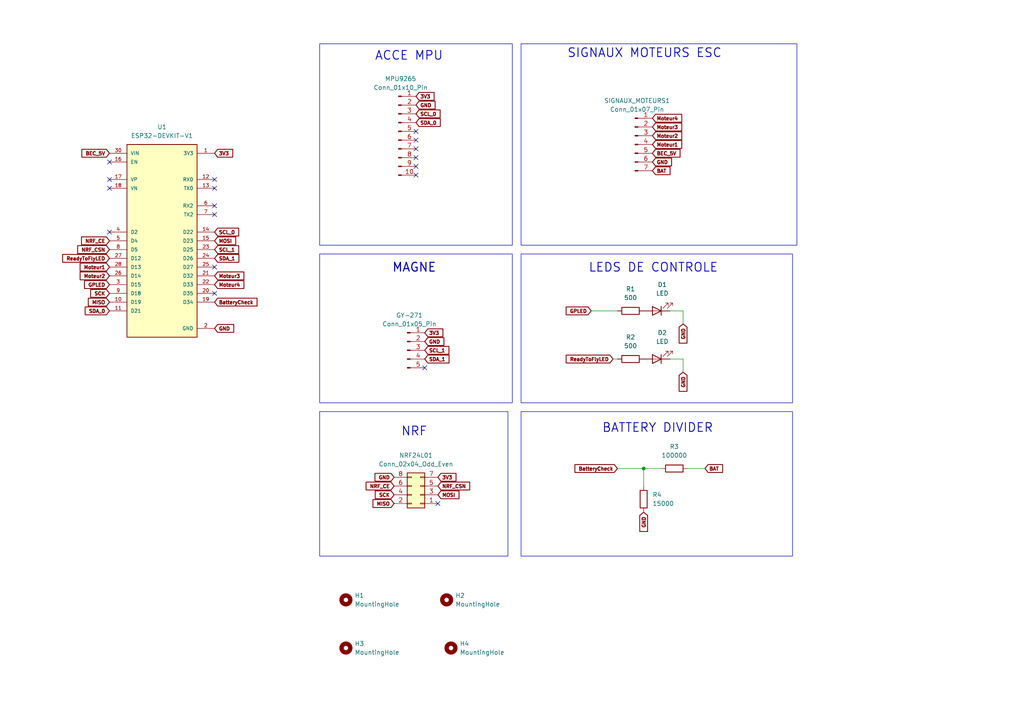
<source format=kicad_sch>
(kicad_sch (version 20250114) (generator "eeschema") (generator_version "9.0")
  (paper "A4")
  (lib_symbols
    (symbol "Connector:Conn_01x05_Pin" (pin_names (offset 1.016) (hide yes))
      (property "Reference" "J" (at 0 7.62 0))
      (property "Value" "Conn_01x05_Pin" (at 0 -7.62 0))
      (symbol "Conn_01x05_Pin_1_1"
        (rectangle (start 0.8636 5.207) (end 0 4.953) (stroke (width 0.1524)) (fill (type outline)))
        (rectangle (start 0.8636 2.667) (end 0 2.413) (stroke (width 0.1524)) (fill (type outline)))
        (rectangle (start 0.8636 0.127) (end 0 -0.127) (stroke (width 0.1524)) (fill (type outline)))
        (rectangle (start 0.8636 -2.413) (end 0 -2.667) (stroke (width 0.1524)) (fill (type outline)))
        (rectangle (start 0.8636 -4.953) (end 0 -5.207) (stroke (width 0.1524)) (fill (type outline)))
        (polyline (pts (xy 1.27 5.08) (xy 0.8636 5.08)) (stroke (width 0.1524)))
        (polyline (pts (xy 1.27 2.54) (xy 0.8636 2.54)) (stroke (width 0.1524)))
        (polyline (pts (xy 1.27 0) (xy 0.8636 0)) (stroke (width 0.1524)))
        (polyline (pts (xy 1.27 -2.54) (xy 0.8636 -2.54)) (stroke (width 0.1524)))
        (polyline (pts (xy 1.27 -5.08) (xy 0.8636 -5.08)) (stroke (width 0.1524)))
        (pin passive line (at 5.08 5.08 180) (length 3.81) (name "Pin_1") (number "1"))
        (pin passive line (at 5.08 2.54 180) (length 3.81) (name "Pin_2") (number "2"))
        (pin passive line (at 5.08 0 180) (length 3.81) (name "Pin_3") (number "3"))
        (pin passive line (at 5.08 -2.54 180) (length 3.81) (name "Pin_4") (number "4"))
        (pin passive line (at 5.08 -5.08 180) (length 3.81) (name "Pin_5") (number "5"))
      )
    )
    (symbol "Connector:Conn_01x07_Pin" (pin_names (offset 1.016) (hide yes))
      (property "Reference" "J" (at 0 10.16 0))
      (property "Value" "Conn_01x07_Pin" (at 0 -10.16 0))
      (symbol "Conn_01x07_Pin_1_1"
        (rectangle (start 0.8636 7.747) (end 0 7.493) (stroke (width 0.1524)) (fill (type outline)))
        (rectangle (start 0.8636 5.207) (end 0 4.953) (stroke (width 0.1524)) (fill (type outline)))
        (rectangle (start 0.8636 2.667) (end 0 2.413) (stroke (width 0.1524)) (fill (type outline)))
        (rectangle (start 0.8636 0.127) (end 0 -0.127) (stroke (width 0.1524)) (fill (type outline)))
        (rectangle (start 0.8636 -2.413) (end 0 -2.667) (stroke (width 0.1524)) (fill (type outline)))
        (rectangle (start 0.8636 -4.953) (end 0 -5.207) (stroke (width 0.1524)) (fill (type outline)))
        (rectangle (start 0.8636 -7.493) (end 0 -7.747) (stroke (width 0.1524)) (fill (type outline)))
        (polyline (pts (xy 1.27 7.62) (xy 0.8636 7.62)) (stroke (width 0.1524)))
        (polyline (pts (xy 1.27 5.08) (xy 0.8636 5.08)) (stroke (width 0.1524)))
        (polyline (pts (xy 1.27 2.54) (xy 0.8636 2.54)) (stroke (width 0.1524)))
        (polyline (pts (xy 1.27 0) (xy 0.8636 0)) (stroke (width 0.1524)))
        (polyline (pts (xy 1.27 -2.54) (xy 0.8636 -2.54)) (stroke (width 0.1524)))
        (polyline (pts (xy 1.27 -5.08) (xy 0.8636 -5.08)) (stroke (width 0.1524)))
        (polyline (pts (xy 1.27 -7.62) (xy 0.8636 -7.62)) (stroke (width 0.1524)))
        (pin passive line (at 5.08 7.62 180) (length 3.81) (name "Pin_1") (number "1"))
        (pin passive line (at 5.08 5.08 180) (length 3.81) (name "Pin_2") (number "2"))
        (pin passive line (at 5.08 2.54 180) (length 3.81) (name "Pin_3") (number "3"))
        (pin passive line (at 5.08 0 180) (length 3.81) (name "Pin_4") (number "4"))
        (pin passive line (at 5.08 -2.54 180) (length 3.81) (name "Pin_5") (number "5"))
        (pin passive line (at 5.08 -5.08 180) (length 3.81) (name "Pin_6") (number "6"))
        (pin passive line (at 5.08 -7.62 180) (length 3.81) (name "Pin_7") (number "7"))
      )
    )
    (symbol "Connector:Conn_01x10_Pin" (pin_names (offset 1.016) (hide yes))
      (property "Reference" "J" (at 0 12.7 0))
      (property "Value" "Conn_01x10_Pin" (at 0 -15.24 0))
      (symbol "Conn_01x10_Pin_1_1"
        (rectangle (start 0.8636 10.287) (end 0 10.033) (stroke (width 0.1524)) (fill (type outline)))
        (rectangle (start 0.8636 7.747) (end 0 7.493) (stroke (width 0.1524)) (fill (type outline)))
        (rectangle (start 0.8636 5.207) (end 0 4.953) (stroke (width 0.1524)) (fill (type outline)))
        (rectangle (start 0.8636 2.667) (end 0 2.413) (stroke (width 0.1524)) (fill (type outline)))
        (rectangle (start 0.8636 0.127) (end 0 -0.127) (stroke (width 0.1524)) (fill (type outline)))
        (rectangle (start 0.8636 -2.413) (end 0 -2.667) (stroke (width 0.1524)) (fill (type outline)))
        (rectangle (start 0.8636 -4.953) (end 0 -5.207) (stroke (width 0.1524)) (fill (type outline)))
        (rectangle (start 0.8636 -7.493) (end 0 -7.747) (stroke (width 0.1524)) (fill (type outline)))
        (rectangle (start 0.8636 -10.033) (end 0 -10.287) (stroke (width 0.1524)) (fill (type outline)))
        (rectangle (start 0.8636 -12.573) (end 0 -12.827) (stroke (width 0.1524)) (fill (type outline)))
        (polyline (pts (xy 1.27 10.16) (xy 0.8636 10.16)) (stroke (width 0.1524)))
        (polyline (pts (xy 1.27 7.62) (xy 0.8636 7.62)) (stroke (width 0.1524)))
        (polyline (pts (xy 1.27 5.08) (xy 0.8636 5.08)) (stroke (width 0.1524)))
        (polyline (pts (xy 1.27 2.54) (xy 0.8636 2.54)) (stroke (width 0.1524)))
        (polyline (pts (xy 1.27 0) (xy 0.8636 0)) (stroke (width 0.1524)))
        (polyline (pts (xy 1.27 -2.54) (xy 0.8636 -2.54)) (stroke (width 0.1524)))
        (polyline (pts (xy 1.27 -5.08) (xy 0.8636 -5.08)) (stroke (width 0.1524)))
        (polyline (pts (xy 1.27 -7.62) (xy 0.8636 -7.62)) (stroke (width 0.1524)))
        (polyline (pts (xy 1.27 -10.16) (xy 0.8636 -10.16)) (stroke (width 0.1524)))
        (polyline (pts (xy 1.27 -12.7) (xy 0.8636 -12.7)) (stroke (width 0.1524)))
        (pin passive line (at 5.08 10.16 180) (length 3.81) (name "Pin_1") (number "1"))
        (pin passive line (at 5.08 7.62 180) (length 3.81) (name "Pin_2") (number "2"))
        (pin passive line (at 5.08 5.08 180) (length 3.81) (name "Pin_3") (number "3"))
        (pin passive line (at 5.08 2.54 180) (length 3.81) (name "Pin_4") (number "4"))
        (pin passive line (at 5.08 0 180) (length 3.81) (name "Pin_5") (number "5"))
        (pin passive line (at 5.08 -2.54 180) (length 3.81) (name "Pin_6") (number "6"))
        (pin passive line (at 5.08 -5.08 180) (length 3.81) (name "Pin_7") (number "7"))
        (pin passive line (at 5.08 -7.62 180) (length 3.81) (name "Pin_8") (number "8"))
        (pin passive line (at 5.08 -10.16 180) (length 3.81) (name "Pin_9") (number "9"))
        (pin passive line (at 5.08 -12.7 180) (length 3.81) (name "Pin_10") (number "10"))
      )
    )
    (symbol "Connector_Generic:Conn_02x04_Odd_Even" (pin_names (offset 1.016) (hide yes))
      (property "Reference" "J" (at 1.27 5.08 0))
      (property "Value" "Conn_02x04_Odd_Even" (at 1.27 -7.62 0))
      (symbol "Conn_02x04_Odd_Even_1_1"
        (rectangle (start -1.27 3.81) (end 3.81 -6.35) (stroke (width 0.254)) (fill (type background)))
        (rectangle (start -1.27 2.667) (end 0 2.413) (stroke (width 0.1524)))
        (rectangle (start -1.27 0.127) (end 0 -0.127) (stroke (width 0.1524)))
        (rectangle (start -1.27 -2.413) (end 0 -2.667) (stroke (width 0.1524)))
        (rectangle (start -1.27 -4.953) (end 0 -5.207) (stroke (width 0.1524)))
        (rectangle (start 3.81 2.667) (end 2.54 2.413) (stroke (width 0.1524)))
        (rectangle (start 3.81 0.127) (end 2.54 -0.127) (stroke (width 0.1524)))
        (rectangle (start 3.81 -2.413) (end 2.54 -2.667) (stroke (width 0.1524)))
        (rectangle (start 3.81 -4.953) (end 2.54 -5.207) (stroke (width 0.1524)))
        (pin passive line (at -5.08 2.54 0) (length 3.81) (name "Pin_1") (number "1"))
        (pin passive line (at -5.08 0 0) (length 3.81) (name "Pin_3") (number "3"))
        (pin passive line (at -5.08 -2.54 0) (length 3.81) (name "Pin_5") (number "5"))
        (pin passive line (at -5.08 -5.08 0) (length 3.81) (name "Pin_7") (number "7"))
        (pin passive line (at 7.62 2.54 180) (length 3.81) (name "Pin_2") (number "2"))
        (pin passive line (at 7.62 0 180) (length 3.81) (name "Pin_4") (number "4"))
        (pin passive line (at 7.62 -2.54 180) (length 3.81) (name "Pin_6") (number "6"))
        (pin passive line (at 7.62 -5.08 180) (length 3.81) (name "Pin_8") (number "8"))
      )
    )
    (symbol "Device:LED" (pin_numbers (hide yes)) (pin_names (offset 1.016) (hide yes))
      (property "Reference" "D" (at 0 2.54 0))
      (property "Value" "LED" (at 0 -2.54 0))
      (symbol "LED_0_1"
        (polyline (pts (xy -3.048 -0.762) (xy -4.572 -2.286) (xy -3.81 -2.286) (xy -4.572 -2.286) (xy -4.572 -1.524)))
        (polyline (pts (xy -1.778 -0.762) (xy -3.302 -2.286) (xy -2.54 -2.286) (xy -3.302 -2.286) (xy -3.302 -1.524)))
        (polyline (pts (xy -1.27 0) (xy 1.27 0)))
        (polyline (pts (xy -1.27 -1.27) (xy -1.27 1.27)) (stroke (width 0.254)))
        (polyline (pts (xy 1.27 -1.27) (xy 1.27 1.27) (xy -1.27 0) (xy 1.27 -1.27)) (stroke (width 0.254)))
      )
      (symbol "LED_1_1"
        (pin passive line (at -3.81 0 0) (length 2.54) (name "K") (number "1"))
        (pin passive line (at 3.81 0 180) (length 2.54) (name "A") (number "2"))
      )
    )
    (symbol "Device:R" (pin_numbers (hide yes)) (pin_names (offset 0))
      (property "Reference" "R" (at 2.032 0 90))
      (property "Value" "R" (at 0 0 90))
      (symbol "R_0_1"
        (rectangle (start -1.016 -2.54) (end 1.016 2.54) (stroke (width 0.254)))
      )
      (symbol "R_1_1"
        (pin passive line (at 0 3.81 270) (length 1.27) (name "~") (number "1"))
        (pin passive line (at 0 -3.81 90) (length 1.27) (name "~") (number "2"))
      )
    )
    (symbol "ESP32-DEVKIT-V1:ESP32-DEVKIT-V1" (pin_names (offset 1.016))
      (property "Reference" "U" (at -10.16 30.48 0))
      (property "Value" "ESP32-DEVKIT-V1" (at -10.16 -30.48 0))
      (symbol "ESP32-DEVKIT-V1_0_0"
        (rectangle (start -10.16 -27.94) (end 10.16 27.94) (stroke (width 0.254)) (fill (type background)))
        (pin input line (at -15.24 25.4 0) (length 5.08) (name "VIN") (number "30"))
        (pin input line (at -15.24 22.86 0) (length 5.08) (name "EN") (number "16"))
        (pin bidirectional line (at -15.24 17.78 0) (length 5.08) (name "VP") (number "17"))
        (pin bidirectional line (at -15.24 15.24 0) (length 5.08) (name "VN") (number "18"))
        (pin bidirectional line (at -15.24 2.54 0) (length 5.08) (name "D2") (number "4"))
        (pin bidirectional line (at -15.24 0 0) (length 5.08) (name "D4") (number "5"))
        (pin bidirectional line (at -15.24 -2.54 0) (length 5.08) (name "D5") (number "8"))
        (pin bidirectional line (at -15.24 -5.08 0) (length 5.08) (name "D12") (number "27"))
        (pin bidirectional line (at -15.24 -7.62 0) (length 5.08) (name "D13") (number "28"))
        (pin bidirectional line (at -15.24 -10.16 0) (length 5.08) (name "D14") (number "26"))
        (pin bidirectional line (at -15.24 -12.7 0) (length 5.08) (name "D15") (number "3"))
        (pin bidirectional line (at -15.24 -15.24 0) (length 5.08) (name "D18") (number "9"))
        (pin bidirectional line (at -15.24 -17.78 0) (length 5.08) (name "D19") (number "10"))
        (pin bidirectional line (at -15.24 -20.32 0) (length 5.08) (name "D21") (number "11"))
        (pin output line (at 15.24 25.4 180) (length 5.08) (name "3V3") (number "1"))
        (pin input line (at 15.24 17.78 180) (length 5.08) (name "RX0") (number "12"))
        (pin output line (at 15.24 15.24 180) (length 5.08) (name "TX0") (number "13"))
        (pin input line (at 15.24 10.16 180) (length 5.08) (name "RX2") (number "6"))
        (pin output line (at 15.24 7.62 180) (length 5.08) (name "TX2") (number "7"))
        (pin bidirectional line (at 15.24 2.54 180) (length 5.08) (name "D22") (number "14"))
        (pin bidirectional line (at 15.24 0 180) (length 5.08) (name "D23") (number "15"))
        (pin bidirectional line (at 15.24 -2.54 180) (length 5.08) (name "D25") (number "23"))
        (pin bidirectional line (at 15.24 -5.08 180) (length 5.08) (name "D26") (number "24"))
        (pin bidirectional line (at 15.24 -7.62 180) (length 5.08) (name "D27") (number "25"))
        (pin bidirectional line (at 15.24 -10.16 180) (length 5.08) (name "D32") (number "21"))
        (pin bidirectional line (at 15.24 -12.7 180) (length 5.08) (name "D33") (number "22"))
        (pin bidirectional line (at 15.24 -15.24 180) (length 5.08) (name "D35") (number "20"))
        (pin bidirectional line (at 15.24 -17.78 180) (length 5.08) (name "D34") (number "19"))
        (pin power_in line (at 15.24 -25.4 180) (length 5.08) (name "GND") (number "2"))
        (pin power_in line (at 15.24 -25.4 180) (length 5.08) (hide yes) (name "GND") (number "29"))
      )
    )
    (symbol "Mechanical:MountingHole" (pin_names (offset 1.016)) (in_bom no)
      (property "Reference" "H" (at 0 5.08 0))
      (property "Value" "MountingHole" (at 0 3.175 0))
      (symbol "MountingHole_0_1"
        (circle (center 0 0) (radius 1.27) (stroke (width 1.27)))
      )
    )
  )
  (rectangle (start 151.13 12.7) (end 231.14 71.12))
  (rectangle (start 92.71 119.38) (end 147.32 161.29))
  (rectangle (start 92.71 73.66) (end 148.59 116.84))
  (rectangle (start 92.71 12.7) (end 148.59 71.12))
  (rectangle (start 151.13 119.38) (end 229.87 161.29))
  (rectangle (start 151.13 73.66) (end 229.87 116.84))
  (text "ACCE MPU" (at 118.618 16.256 0) (effects (font (size 2.54 2.54) (thickness 0.254) (bold yes))))
  (text "MAGNE" (at 120.142 77.724 0) (effects (font (size 2.54 2.54) (thickness 0.3175))))
  (text "BATTERY DIVIDER" (at 190.754 124.206 0) (effects (font (size 2.54 2.54) (thickness 0.254) (bold yes))))
  (text "LEDS DE CONTROLE" (at 189.484 77.724 0) (effects (font (size 2.54 2.54) (thickness 0.254) (bold yes))))
  (text "SIGNAUX MOTEURS ESC" (at 186.944 15.494 0) (effects (font (size 2.54 2.54) (thickness 0.254) (bold yes))))
  (text "NRF\n" (at 120.142 125.222 0) (effects (font (size 2.54 2.54) (thickness 0.254) (bold yes))))
  (junction (at 186.69 135.89))
  (no_connect (at 31.75 54.61))
  (no_connect (at 120.65 48.26))
  (no_connect (at 62.23 85.09))
  (no_connect (at 62.23 59.69))
  (no_connect (at 31.75 67.31))
  (no_connect (at 62.23 54.61))
  (no_connect (at 31.75 46.99))
  (no_connect (at 31.75 52.07))
  (no_connect (at 120.65 50.8))
  (no_connect (at 127 146.05))
  (no_connect (at 120.65 38.1))
  (no_connect (at 120.65 40.64))
  (no_connect (at 123.19 106.68))
  (no_connect (at 62.23 52.07))
  (no_connect (at 120.65 43.18))
  (no_connect (at 62.23 77.47))
  (no_connect (at 62.23 62.23))
  (no_connect (at 120.65 45.72))
  (wire (pts (xy 194.31 104.14) (xy 198.12 104.14)))
  (wire (pts (xy 171.45 90.17) (xy 179.07 90.17)))
  (wire (pts (xy 199.39 135.89) (xy 204.47 135.89)))
  (wire (pts (xy 198.12 90.17) (xy 198.12 93.98)))
  (wire (pts (xy 194.31 90.17) (xy 198.12 90.17)))
  (wire (pts (xy 179.07 135.89) (xy 186.69 135.89)))
  (wire (pts (xy 186.69 135.89) (xy 186.69 140.97)))
  (wire (pts (xy 191.77 135.89) (xy 186.69 135.89)))
  (wire (pts (xy 177.8 104.14) (xy 179.07 104.14)))
  (wire (pts (xy 198.12 104.14) (xy 198.12 107.95)))
  (global_label "BEC_5V" (shape input) (at 189.23 44.45 0) (effects (font (size 1.016 1.016) (thickness 0.254) (bold yes))) (property "Intersheetrefs" "${INTERSHEET_REFS}" (effects (hide yes))))
  (global_label "NRF_CE" (shape input) (at 114.3 140.97 180) (effects (font (size 1.016 1.016) (thickness 0.254) (bold yes))) (property "Intersheetrefs" "${INTERSHEET_REFS}" (effects (hide yes))))
  (global_label "MOSI" (shape input) (at 62.23 69.85 0) (effects (font (size 1.016 1.016) (thickness 0.254) (bold yes))) (property "Intersheetrefs" "${INTERSHEET_REFS}" (effects (hide yes))))
  (global_label "SCK" (shape input) (at 114.3 143.51 180) (effects (font (size 1.016 1.016) (thickness 0.254) (bold yes))) (property "Intersheetrefs" "${INTERSHEET_REFS}" (effects (hide yes))))
  (global_label "BAT" (shape input) (at 189.23 49.53 0) (effects (font (size 1.016 1.016) (thickness 0.254) (bold yes))) (property "Intersheetrefs" "${INTERSHEET_REFS}" (effects (hide yes))))
  (global_label "Moteur2" (shape input) (at 31.75 80.01 180) (effects (font (size 1.016 1.016) (thickness 0.254) (bold yes))) (property "Intersheetrefs" "${INTERSHEET_REFS}" (effects (hide yes))))
  (global_label "NRF_CE" (shape input) (at 31.75 69.85 180) (effects (font (size 1.016 1.016) (thickness 0.254) (bold yes))) (property "Intersheetrefs" "${INTERSHEET_REFS}" (effects (hide yes))))
  (global_label "GND" (shape input) (at 114.3 138.43 180) (effects (font (size 1.016 1.016) (thickness 0.254) (bold yes))) (property "Intersheetrefs" "${INTERSHEET_REFS}" (effects (hide yes))))
  (global_label "SCL_0" (shape input) (at 120.65 33.02 0) (effects (font (size 1.016 1.016) (thickness 0.254) (bold yes))) (property "Intersheetrefs" "${INTERSHEET_REFS}" (effects (hide yes))))
  (global_label "GND" (shape input) (at 189.23 46.99 0) (effects (font (size 1.016 1.016) (thickness 0.254) (bold yes))) (property "Intersheetrefs" "${INTERSHEET_REFS}" (effects (hide yes))))
  (global_label "GND" (shape input) (at 123.19 99.06 0) (effects (font (size 1.016 1.016) (thickness 0.254) (bold yes))) (property "Intersheetrefs" "${INTERSHEET_REFS}" (effects (hide yes))))
  (global_label "SCL_1" (shape input) (at 62.23 72.39 0) (effects (font (size 1.016 1.016) (thickness 0.254) (bold yes))) (property "Intersheetrefs" "${INTERSHEET_REFS}" (effects (hide yes))))
  (global_label "SDA_0" (shape input) (at 120.65 35.56 0) (effects (font (size 1.016 1.016) (thickness 0.254) (bold yes))) (property "Intersheetrefs" "${INTERSHEET_REFS}" (effects (hide yes))))
  (global_label "NRF_CSN" (shape input) (at 31.75 72.39 180) (effects (font (size 1.016 1.016) (thickness 0.254) (bold yes))) (property "Intersheetrefs" "${INTERSHEET_REFS}" (effects (hide yes))))
  (global_label "BEC_5V" (shape input) (at 31.75 44.45 180) (effects (font (size 1.016 1.016) (thickness 0.254) (bold yes))) (property "Intersheetrefs" "${INTERSHEET_REFS}" (effects (hide yes))))
  (global_label "GND" (shape input) (at 186.69 148.59 270) (effects (font (size 1.016 1.016) (thickness 0.254) (bold yes))) (property "Intersheetrefs" "${INTERSHEET_REFS}" (effects (hide yes))))
  (global_label "ReadyToFlyLED" (shape input) (at 177.8 104.14 180) (effects (font (size 1.016 1.016) (thickness 0.254) (bold yes))) (property "Intersheetrefs" "${INTERSHEET_REFS}" (effects (hide yes))))
  (global_label "3V3" (shape input) (at 127 138.43 0) (effects (font (size 1.016 1.016) (thickness 0.254) (bold yes))) (property "Intersheetrefs" "${INTERSHEET_REFS}" (effects (hide yes))))
  (global_label "Moteur3" (shape input) (at 189.23 36.83 0) (effects (font (size 1.016 1.016) (thickness 0.254) (bold yes))) (property "Intersheetrefs" "${INTERSHEET_REFS}" (effects (hide yes))))
  (global_label "BAT" (shape input) (at 204.47 135.89 0) (effects (font (size 1.016 1.016) (thickness 0.254) (bold yes))) (property "Intersheetrefs" "${INTERSHEET_REFS}" (effects (hide yes))))
  (global_label "SCL_1" (shape input) (at 123.19 101.6 0) (effects (font (size 1.016 1.016) (thickness 0.254) (bold yes))) (property "Intersheetrefs" "${INTERSHEET_REFS}" (effects (hide yes))))
  (global_label "GPLED" (shape input) (at 31.75 82.55 180) (effects (font (size 1.016 1.016) (thickness 0.254) (bold yes))) (property "Intersheetrefs" "${INTERSHEET_REFS}" (effects (hide yes))))
  (global_label "GPLED" (shape input) (at 171.45 90.17 180) (effects (font (size 1.016 1.016) (thickness 0.254) (bold yes))) (property "Intersheetrefs" "${INTERSHEET_REFS}" (effects (hide yes))))
  (global_label "SCK" (shape input) (at 31.75 85.09 180) (effects (font (size 1.016 1.016) (thickness 0.254) (bold yes))) (property "Intersheetrefs" "${INTERSHEET_REFS}" (effects (hide yes))))
  (global_label "MOSI" (shape input) (at 127 143.51 0) (effects (font (size 1.016 1.016) (thickness 0.254) (bold yes))) (property "Intersheetrefs" "${INTERSHEET_REFS}" (effects (hide yes))))
  (global_label "Moteur4" (shape input) (at 189.23 34.29 0) (effects (font (size 1.016 1.016) (thickness 0.254) (bold yes))) (property "Intersheetrefs" "${INTERSHEET_REFS}" (effects (hide yes))))
  (global_label "SDA_0" (shape input) (at 31.75 90.17 180) (effects (font (size 1.016 1.016) (thickness 0.254) (bold yes))) (property "Intersheetrefs" "${INTERSHEET_REFS}" (effects (hide yes))))
  (global_label "3V3" (shape input) (at 120.65 27.94 0) (effects (font (size 1.016 1.016) (thickness 0.254) (bold yes))) (property "Intersheetrefs" "${INTERSHEET_REFS}" (effects (hide yes))))
  (global_label "Moteur2" (shape input) (at 189.23 39.37 0) (effects (font (size 1.016 1.016) (thickness 0.254) (bold yes))) (property "Intersheetrefs" "${INTERSHEET_REFS}" (effects (hide yes))))
  (global_label "MISO" (shape input) (at 114.3 146.05 180) (effects (font (size 1.016 1.016) (thickness 0.254) (bold yes))) (property "Intersheetrefs" "${INTERSHEET_REFS}" (effects (hide yes))))
  (global_label "GND" (shape input) (at 198.12 93.98 270) (effects (font (size 1.016 1.016) (thickness 0.254) (bold yes))) (property "Intersheetrefs" "${INTERSHEET_REFS}" (effects (hide yes))))
  (global_label "NRF_CSN" (shape input) (at 127 140.97 0) (effects (font (size 1.016 1.016) (thickness 0.254) (bold yes))) (property "Intersheetrefs" "${INTERSHEET_REFS}" (effects (hide yes))))
  (global_label "3V3" (shape input) (at 62.23 44.45 0) (effects (font (size 1.016 1.016) (thickness 0.254) (bold yes))) (property "Intersheetrefs" "${INTERSHEET_REFS}" (effects (hide yes))))
  (global_label "BatteryCheck" (shape input) (at 179.07 135.89 180) (effects (font (size 1.016 1.016) (thickness 0.254) (bold yes))) (property "Intersheetrefs" "${INTERSHEET_REFS}" (effects (hide yes))))
  (global_label "Moteur1" (shape input) (at 189.23 41.91 0) (effects (font (size 1.016 1.016) (thickness 0.254) (bold yes))) (property "Intersheetrefs" "${INTERSHEET_REFS}" (effects (hide yes))))
  (global_label "Moteur1" (shape input) (at 31.75 77.47 180) (effects (font (size 1.016 1.016) (thickness 0.254) (bold yes))) (property "Intersheetrefs" "${INTERSHEET_REFS}" (effects (hide yes))))
  (global_label "GND" (shape input) (at 62.23 95.25 0) (effects (font (size 1.016 1.016) (thickness 0.254) (bold yes))) (property "Intersheetrefs" "${INTERSHEET_REFS}" (effects (hide yes))))
  (global_label "3V3" (shape input) (at 123.19 96.52 0) (effects (font (size 1.016 1.016) (thickness 0.254) (bold yes))) (property "Intersheetrefs" "${INTERSHEET_REFS}" (effects (hide yes))))
  (global_label "Moteur3" (shape input) (at 62.23 80.01 0) (effects (font (size 1.016 1.016) (thickness 0.254) (bold yes))) (property "Intersheetrefs" "${INTERSHEET_REFS}" (effects (hide yes))))
  (global_label "MISO" (shape input) (at 31.75 87.63 180) (effects (font (size 1.016 1.016) (thickness 0.254) (bold yes))) (property "Intersheetrefs" "${INTERSHEET_REFS}" (effects (hide yes))))
  (global_label "GND" (shape input) (at 198.12 107.95 270) (effects (font (size 1.016 1.016) (thickness 0.254) (bold yes))) (property "Intersheetrefs" "${INTERSHEET_REFS}" (effects (hide yes))))
  (global_label "ReadyToFlyLED" (shape input) (at 31.75 74.93 180) (effects (font (size 1.016 1.016) (thickness 0.254) (bold yes))) (property "Intersheetrefs" "${INTERSHEET_REFS}" (effects (hide yes))))
  (global_label "SCL_0" (shape input) (at 62.23 67.31 0) (effects (font (size 1.016 1.016) (thickness 0.254) (bold yes))) (property "Intersheetrefs" "${INTERSHEET_REFS}" (effects (hide yes))))
  (global_label "BatteryCheck" (shape input) (at 62.23 87.63 0) (effects (font (size 1.016 1.016) (thickness 0.254) (bold yes))) (property "Intersheetrefs" "${INTERSHEET_REFS}" (effects (hide yes))))
  (global_label "SDA_1" (shape input) (at 62.23 74.93 0) (effects (font (size 1.016 1.016) (thickness 0.254) (bold yes))) (property "Intersheetrefs" "${INTERSHEET_REFS}" (effects (hide yes))))
  (global_label "Moteur4" (shape input) (at 62.23 82.55 0) (effects (font (size 1.016 1.016) (thickness 0.254) (bold yes))) (property "Intersheetrefs" "${INTERSHEET_REFS}" (effects (hide yes))))
  (global_label "GND" (shape input) (at 120.65 30.48 0) (effects (font (size 1.016 1.016) (thickness 0.254) (bold yes))) (property "Intersheetrefs" "${INTERSHEET_REFS}" (effects (hide yes))))
  (global_label "SDA_1" (shape input) (at 123.19 104.14 0) (effects (font (size 1.016 1.016) (thickness 0.254) (bold yes))) (property "Intersheetrefs" "${INTERSHEET_REFS}" (effects (hide yes))))
  (symbol (lib_id "Mechanical:MountingHole") (at 100.33 173.99 0) (unit 1) (in_bom no)
    (property "Reference" "H1" (at 102.87 172.7199 0) (effects (justify left)))
    (property "Value" "MountingHole" (at 102.87 175.2599 0) (effects (justify left)))
    (property "Footprint" "MountingHole:MountingHole_3.2mm_M3_Pad" (effects (hide yes)))
    (property "Description" "Mounting Hole without connection" (effects (hide yes)))
  )
  (symbol (lib_id "Connector:Conn_01x05_Pin") (at 118.11 101.6 0) (unit 1)
    (property "Reference" "GY-271" (at 118.745 91.44 0))
    (property "Value" "Conn_01x05_Pin" (at 118.745 93.98 0))
    (property "Footprint" "Connector_PinHeader_2.54mm:PinHeader_1x05_P2.54mm_Vertical" (effects (hide yes)))
    (property "Description" "Generic connector, single row, 01x05, script generated" (effects (hide yes)))
  )
  (symbol (lib_id "Device:R") (at 182.88 90.17 90) (unit 1)
    (property "Reference" "R1" (at 182.88 83.82 90))
    (property "Value" "500" (at 182.88 86.36 90))
    (property "Footprint" "Resistor_SMD:R_0603_1608Metric_Pad0.98x0.95mm_HandSolder" (effects (hide yes)))
    (property "Description" "Resistor" (effects (hide yes)))
  )
  (symbol (lib_id "Device:R") (at 182.88 104.14 90) (unit 1)
    (property "Reference" "R2" (at 182.88 97.79 90))
    (property "Value" "500" (at 182.88 100.33 90))
    (property "Footprint" "Resistor_SMD:R_0603_1608Metric_Pad0.98x0.95mm_HandSolder" (effects (hide yes)))
    (property "Description" "Resistor" (effects (hide yes)))
  )
  (symbol (lib_id "Device:LED") (at 190.5 90.17 180) (unit 1)
    (property "Reference" "D1" (at 192.0875 82.55 0))
    (property "Value" "LED" (at 192.0875 85.09 0))
    (property "Footprint" "LED_SMD:LED_0603_1608Metric_Pad1.05x0.95mm_HandSolder" (effects (hide yes)))
    (property "Description" "Light emitting diode" (effects (hide yes)))
    (property "Sim.Pins" "1=K 2=A" (effects (hide yes)))
  )
  (symbol (lib_id "Mechanical:MountingHole") (at 100.33 187.96 0) (unit 1) (in_bom no)
    (property "Reference" "H3" (at 102.87 186.6899 0) (effects (justify left)))
    (property "Value" "MountingHole" (at 102.87 189.2299 0) (effects (justify left)))
    (property "Footprint" "MountingHole:MountingHole_3.2mm_M3_Pad" (effects (hide yes)))
    (property "Description" "Mounting Hole without connection" (effects (hide yes)))
  )
  (symbol (lib_id "ESP32-DEVKIT-V1:ESP32-DEVKIT-V1") (at 46.99 69.85 0) (unit 1)
    (property "Reference" "U1" (at 46.99 36.83 0))
    (property "Value" "ESP32-DEVKIT-V1" (at 46.99 39.37 0))
    (property "Footprint" "Empreinte:MODULE_ESP32_DEVKIT_V1" (effects (hide yes)))
    (property "MF" "Do it" (effects (hide yes)))
    (property "MAXIMUM_PACKAGE_HEIGHT" "6.8 mm" (effects (hide yes)))
    (property "Package" "None" (effects (hide yes)))
    (property "Price" "None" (effects (hide yes)))
    (property "Check_prices" "https://www.snapeda.com/parts/ESP32-DEVKIT-V1/Do+it/view-part/?ref=eda" (effects (hide yes)))
    (property "STANDARD" "Manufacturer Recommendations" (effects (hide yes)))
    (property "PARTREV" "N/A" (effects (hide yes)))
    (property "SnapEDA_Link" "https://www.snapeda.com/parts/ESP32-DEVKIT-V1/Do+it/view-part/?ref=snap" (effects (hide yes)))
    (property "MP" "ESP32-DEVKIT-V1" (effects (hide yes)))
    (property "Description_1" "Dual core, Wi-Fi: 2.4 GHz up to 150 Mbits/s,BLE (Bluetooth Low Energy) and legacy Bluetooth, 32 bits, Up to 240 MHz" (effects (hide yes)))
    (property "Availability" "Not in stock" (effects (hide yes)))
    (property "MANUFACTURER" "DOIT" (effects (hide yes)))
  )
  (symbol (lib_id "Mechanical:MountingHole") (at 130.81 187.96 0) (unit 1) (in_bom no)
    (property "Reference" "H4" (at 133.35 186.6899 0) (effects (justify left)))
    (property "Value" "MountingHole" (at 133.35 189.2299 0) (effects (justify left)))
    (property "Footprint" "MountingHole:MountingHole_3.2mm_M3_Pad" (effects (hide yes)))
    (property "Description" "Mounting Hole without connection" (effects (hide yes)))
  )
  (symbol (lib_id "Device:LED") (at 190.5 104.14 180) (unit 1)
    (property "Reference" "D2" (at 192.0875 96.52 0))
    (property "Value" "LED" (at 192.0875 99.06 0))
    (property "Footprint" "LED_SMD:LED_0603_1608Metric_Pad1.05x0.95mm_HandSolder" (effects (hide yes)))
    (property "Description" "Light emitting diode" (effects (hide yes)))
    (property "Sim.Pins" "1=K 2=A" (effects (hide yes)))
  )
  (symbol (lib_id "Connector_Generic:Conn_02x04_Odd_Even") (at 121.92 143.51 180) (unit 1)
    (property "Reference" "NRF24L01" (at 120.65 132.08 0))
    (property "Value" "Conn_02x04_Odd_Even" (at 120.65 134.62 0))
    (property "Footprint" "Connector_PinHeader_2.00mm:PinHeader_2x04_P2.00mm_Vertical" (effects (hide yes)))
    (property "Description" "Generic connector, double row, 02x04, odd/even pin numbering scheme (row 1 odd numbers, row 2 even numbers), script generated (kicad-library-utils/schlib/autogen/connector/)" (effects (hide yes)))
  )
  (symbol (lib_id "Device:R") (at 186.69 144.78 180) (unit 1)
    (property "Reference" "R4" (at 189.23 143.5099 0) (effects (justify right)))
    (property "Value" "15000" (at 189.23 146.0499 0) (effects (justify right)))
    (property "Footprint" "Resistor_SMD:R_0603_1608Metric_Pad0.98x0.95mm_HandSolder" (effects (hide yes)))
    (property "Description" "Resistor" (effects (hide yes)))
  )
  (symbol (lib_id "Connector:Conn_01x10_Pin") (at 115.57 38.1 0) (unit 1)
    (property "Reference" "MPU9265" (at 116.205 22.86 0))
    (property "Value" "Conn_01x10_Pin" (at 116.205 25.4 0))
    (property "Footprint" "Connector_PinHeader_2.54mm:PinHeader_1x10_P2.54mm_Vertical" (effects (hide yes)))
    (property "Description" "Generic connector, single row, 01x10, script generated" (effects (hide yes)))
  )
  (symbol (lib_id "Device:R") (at 195.58 135.89 90) (unit 1)
    (property "Reference" "R3" (at 195.58 129.54 90))
    (property "Value" "100000" (at 195.58 132.08 90))
    (property "Footprint" "Resistor_SMD:R_0603_1608Metric_Pad0.98x0.95mm_HandSolder" (effects (hide yes)))
    (property "Description" "Resistor" (effects (hide yes)))
  )
  (symbol (lib_id "Mechanical:MountingHole") (at 129.54 173.99 0) (unit 1) (in_bom no)
    (property "Reference" "H2" (at 132.08 172.7199 0) (effects (justify left)))
    (property "Value" "MountingHole" (at 132.08 175.2599 0) (effects (justify left)))
    (property "Footprint" "MountingHole:MountingHole_3.2mm_M3_Pad" (effects (hide yes)))
    (property "Description" "Mounting Hole without connection" (effects (hide yes)))
  )
  (symbol (lib_id "Connector:Conn_01x07_Pin") (at 184.15 41.91 0) (unit 1)
    (property "Reference" "SIGNAUX_MOTEURS1" (at 184.785 29.21 0))
    (property "Value" "Conn_01x07_Pin" (at 184.785 31.75 0))
    (property "Footprint" "Connector_PinHeader_2.54mm:PinHeader_1x07_P2.54mm_Vertical" (effects (hide yes)))
    (property "Description" "Generic connector, single row, 01x07, script generated" (effects (hide yes)))
  )
)
</source>
